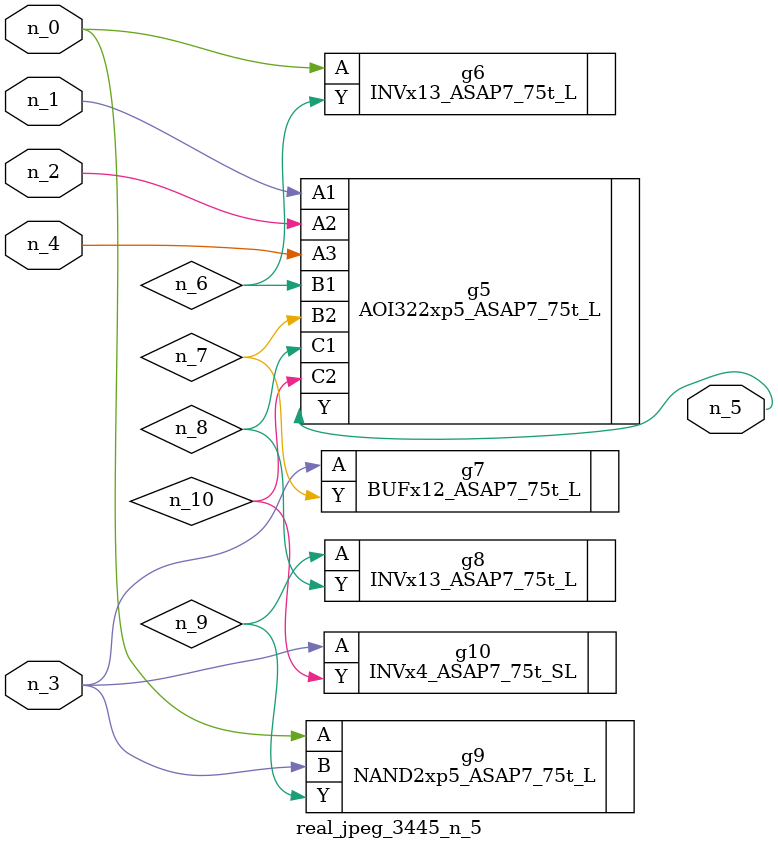
<source format=v>
module real_jpeg_3445_n_5 (n_4, n_0, n_1, n_2, n_3, n_5);

input n_4;
input n_0;
input n_1;
input n_2;
input n_3;

output n_5;

wire n_8;
wire n_6;
wire n_7;
wire n_10;
wire n_9;

INVx13_ASAP7_75t_L g6 ( 
.A(n_0),
.Y(n_6)
);

NAND2xp5_ASAP7_75t_L g9 ( 
.A(n_0),
.B(n_3),
.Y(n_9)
);

AOI322xp5_ASAP7_75t_L g5 ( 
.A1(n_1),
.A2(n_2),
.A3(n_4),
.B1(n_6),
.B2(n_7),
.C1(n_8),
.C2(n_10),
.Y(n_5)
);

BUFx12_ASAP7_75t_L g7 ( 
.A(n_3),
.Y(n_7)
);

INVx4_ASAP7_75t_SL g10 ( 
.A(n_3),
.Y(n_10)
);

INVx13_ASAP7_75t_L g8 ( 
.A(n_9),
.Y(n_8)
);


endmodule
</source>
